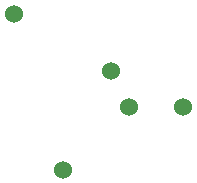
<source format=gbr>
%TF.GenerationSoftware,KiCad,Pcbnew,7.0.6*%
%TF.CreationDate,2023-08-02T20:25:14-07:00*%
%TF.ProjectId,A0004-SWD-Adapter,41303030-342d-4535-9744-2d4164617074,rev?*%
%TF.SameCoordinates,Original*%
%TF.FileFunction,Paste,Top*%
%TF.FilePolarity,Positive*%
%FSLAX46Y46*%
G04 Gerber Fmt 4.6, Leading zero omitted, Abs format (unit mm)*
G04 Created by KiCad (PCBNEW 7.0.6) date 2023-08-02 20:25:14*
%MOMM*%
%LPD*%
G01*
G04 APERTURE LIST*
%ADD10C,1.524000*%
G04 APERTURE END LIST*
D10*
%TO.C,TP1*%
X130683000Y-89916000D03*
%TD*%
%TO.C,TP5*%
X145034000Y-97790000D03*
%TD*%
%TO.C,TP6*%
X134874000Y-103124000D03*
%TD*%
%TO.C,TP4*%
X140462000Y-97790000D03*
%TD*%
%TO.C,TP7*%
X138938000Y-94742000D03*
%TD*%
M02*

</source>
